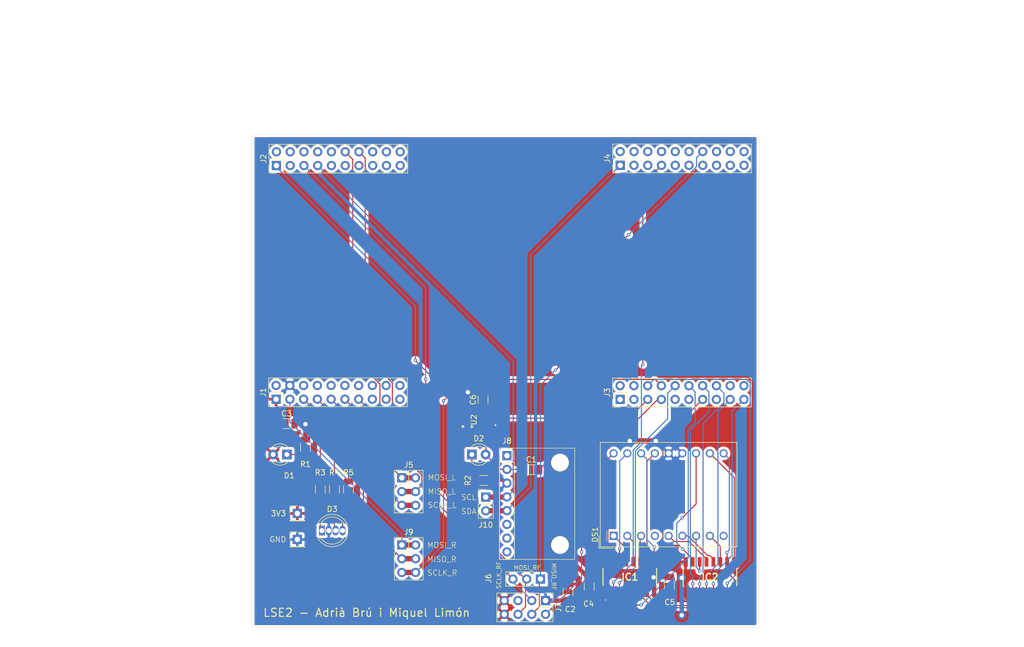
<source format=kicad_pcb>
(kicad_pcb (version 20241229) (generator "pcbnew") (generator_version "9.0")
  (layers (0 "F.Cu" signal) (2 "B.Cu" signal) (13 "F.Paste" user) (15 "B.Paste" user) (5 "F.SilkS" user "F.Silkscreen") (7 "B.SilkS" user "B.Silkscreen") (1 "F.Mask" user) (3 "B.Mask" user) (25 "Edge.Cuts" user))
  (net 0 "")
  (net 1 "+3.3V")
  (net 2 "Net-(D2-A)")
  (net 3 "GND")
  (net 4 "Net-(D1-K)")
  (net 5 "Net-(D2-K)")
  (net 6 "Net-(D3-BA)")
  (net 7 "Net-(D3-GA)")
  (net 8 "Net-(D3-RA)")
  (net 9 "Net-(DS1-A_CATHODE_NO.1)")
  (net 10 "Net-(DS1-F_CATHODE_NO.1)")
  (net 11 "Net-(DS1-A_CATHODE_NO.2)")
  (net 12 "Net-(DS1-G_CATHODE_NO.1)")
  (net 13 "Net-(DS1-C_CATHODE_NO.1)")
  (net 14 "Net-(DS1-B_CATHODE_NO.1)")
  (net 15 "Net-(DS1-G_CATHODE_NO.2)")
  (net 16 "Net-(DS1-F_CATHODE_NO.2)")
  (net 17 "Net-(DS1-D_CATHODE_NO.1)")
  (net 18 "Net-(DS1-E_CATHODE_NO.1)")
  (net 20 "Net-(DS1-C_CATHODE_NO.2)")
  (net 21 "Net-(DS1-D_CATHODE_NO.2)")
  (net 22 "Net-(DS1-E_CATHODE_NO.2)")
  (net 23 "Net-(DS1-B_CATHODE_NO.2)")
  (net 25 "CA{slash}CC")
  (net 26 "D3_L")
  (net 27 "D0_L")
  (net 28 "D2_L")
  (net 29 "D1_L")
  (net 30 "D1_R")
  (net 31 "D2_R")
  (net 32 "D3_R")
  (net 33 "D0_R")
  (net 35 "MISO_RF")
  (net 37 "LED_B")
  (net 38 "MOSI_RF")
  (net 40 "SCLK_R")
  (net 46 "MISO_R")
  (net 51 "MOSI_R")
  (net 56 "SCL")
  (net 57 "SCLK_L")
  (net 58 "MOSI_L")
  (net 61 "RF_CE")
  (net 63 "LED_R")
  (net 65 "IMU_PWR_ENABLE")
  (net 66 "SCLK_RF")
  (net 69 "LED_G")
  (net 85 "MISO_L")
  (net 87 "SDA")
  (footprint "Capacitor_SMD:C_1206_3216Metric" (layer "F.Cu") (at 151.9 138.013267 90)
    (property "Reference" "C4")
    (property "Value" "C")
  )
  (footprint "LED_THT:LED_D3.0mm" (layer "F.Cu") (at 130.230117 113.611733)
    (property "Reference" "D2")
    (property "Value" "LED")
  )
  (footprint "Connector_PinHeader_2.54mm:PinHeader_2x04_P2.54mm_Vertical" (layer "F.Cu") (at 143.840117 140.586733 -90)
    (property "Reference" "J7")
    (property "Value" "RF")
  )
  (footprint "LED_THT:LED_D3.0mm" (layer "F.Cu") (at 96.070117 113.611733 180)
    (property "Reference" "D1")
    (property "Value" "LED")
  )
  (footprint "Connector_PinHeader_2.54mm:PinHeader_2x10_P2.54mm_Vertical" (layer "F.Cu") (at 157.64 60.2 90)
    (property "Reference" "J4")
    (property "Value" "Conn_02x10_Odd_Even")
  )
  (footprint "Connector_PinHeader_2.54mm:PinHeader_2x10_P2.54mm_Vertical" (layer "F.Cu") (at 94.14 60.24 90)
    (property "Reference" "J2")
    (property "Value" "Conn_02x10_Odd_Even")
  )
  (footprint "Connector_PinHeader_2.54mm:PinHeader_2x03_P2.54mm_Vertical" (layer "F.Cu") (at 117.3 117.92)
    (property "Reference" "J5")
    (property "Value" "Conn_02x03_Odd_Even")
  )
  (footprint "LSE2:DRL5" (layer "F.Cu") (at 132.799999 107.5523 90)
    (property "Reference" "U2")
    (property "Value" "SN74LVC1G66DRLR")
  )
  (footprint "Connector_PinHeader_2.54mm:PinHeader_1x01_P2.54mm_Vertical" (layer "F.Cu") (at 98 124.5)
    (property "Reference" "3V3")
    (property "Value" "TestPoint")
  )
  (footprint "Connector_PinHeader_2.54mm:PinHeader_2x10_P2.54mm_Vertical" (layer "F.Cu") (at 157.62 103.44 90)
    (property "Reference" "J3")
    (property "Value" "Conn_02x10_Odd_Even")
  )
  (footprint "Connector_PinHeader_2.54mm:PinHeader_2x03_P2.54mm_Vertical" (layer "F.Cu") (at 117.3 130.32)
    (property "Reference" "J9")
    (property "Value" "Conn_02x03_Odd_Even")
  )
  (footprint "LSE2:HEF4543BT653" (layer "F.Cu") (at 159.4075 136.2325)
    (property "Reference" "IC1")
    (property "Value" "DIGIT_DRIVER" (hide yes))
  )
  (footprint "Resistor_SMD:R_1206_3216Metric" (layer "F.Cu") (at 104.839883 120.048267 -90)
    (property "Reference" "R4")
    (property "Value" "R")
  )
  (footprint "Resistor_SMD:R_1206_3216Metric" (layer "F.Cu") (at 99.5 112.3 90)
    (property "Reference" "R1")
    (property "Value" "R")
  )
  (footprint "Capacitor_SMD:C_1206_3216Metric" (layer "F.Cu") (at 132.3 103.5 90)
    (property "Reference" "C6")
    (property "Value" "C")
  )
  (footprint "LSE2:HEF4543BT653" (layer "F.Cu") (at 174.2075 136.2725)
    (property "Reference" "IC2")
    (property "Value" "DIGIT_DRIVER" (hide yes))
  )
  (footprint "Connector_PinHeader_2.54mm:PinHeader_1x01_P2.54mm_Vertical" (layer "F.Cu") (at 98 129.3)
    (property "Reference" "GND")
    (property "Value" "TestPoint")
  )
  (footprint "Capacitor_SMD:C_1206_3216Metric" (layer "F.Cu") (at 96.000117 107.911733)
    (property "Reference" "C3")
    (property "Value" "C")
  )
  (footprint "LSE2:GY-91" (layer "F.Cu") (at 136.712617 112.496733)
    (property "Reference" "J8")
    (property "Value" "Conn_01x08")
  )
  (footprint "Resistor_SMD:R_1206_3216Metric" (layer "F.Cu") (at 132.4 118.4)
    (property "Reference" "R2")
    (property "Value" "R")
  )
  (footprint "Capacitor_SMD:C_1206_3216Metric" (layer "F.Cu") (at 148 139 -90)
    (property "Reference" "C2")
    (property "Value" "C")
  )
  (footprint "Resistor_SMD:R_1206_3216Metric" (layer "F.Cu") (at 107.439883 120.048267 -90)
    (property "Reference" "R5")
    (property "Value" "R")
  )
  (footprint "Capacitor_SMD:C_1206_3216Metric" (layer "F.Cu") (at 166.7 137.7 90)
    (property "Reference" "C5")
    (property "Value" "C")
  )
  (footprint "LED_THT:LED_D5.0mm-4_RGB" (layer "F.Cu") (at 102.535 127.66)
    (property "Reference" "D3")
    (property "Value" "LED_RKGB")
  )
  (footprint "Connector_PinSocket_2.54mm:PinSocket_1x03_P2.54mm_Vertical" (layer "F.Cu") (at 142.900117 136.611733 -90)
    (property "Reference" "J6")
    (property "Value" "Conn_01x03")
  )
  (footprint "Resistor_SMD:R_1206_3216Metric" (layer "F.Cu") (at 102.239883 120.048267 -90)
    (property "Reference" "R3")
    (property "Value" "R")
  )
  (footprint "Capacitor_SMD:C_1206_3216Metric" (layer "F.Cu") (at 141.200117 116.411733)
    (property "Reference" "C1")
    (property "Value" "C")
  )
  (footprint "Display_7Segment:DA56-11CGKWA" (layer "F.Cu") (at 156.4125 128.6375 90)
    (property "Reference" "DS1")
    (property "Value" "DOUBLE_DIGIT_DISPLAY")
  )
  (footprint "Connector_PinHeader_2.54mm:PinHeader_2x10_P2.54mm_Vertical" (layer "F.Cu") (at 94.08 103.4 90)
    (property "Reference" "J1")
    (property "Value" "Conn_02x10_Odd_Even")
  )
  (footprint "Connector_PinHeader_2.54mm:PinHeader_1x02_P2.54mm_Vertical" (layer "F.Cu") (at 132.8 121.471733)
    (property "Reference" "J10")
    (property "Value" "Conn_01x02")
  )
  (gr_rect (start 89.600117 54.511733) (end 183.300117 145.611733) (stroke (width 0.05)) (fill no) (layer "Edge.Cuts"))
  (gr_text "SCLK_L" (at 122.039883 123.548267 0) (layer "F.SilkS") (effects (font (size 1 1) (thickness 0.1)) (justify left bottom)))
  (gr_text "SCLK_R" (at 121.939883 136.048267 0) (layer "F.SilkS") (effects (font (size 1 1) (thickness 0.1)) (justify left bottom)))
  (gr_text "SDA" (at 128.2 124.7 0) (layer "F.SilkS") (effects (font (size 1 1) (thickness 0.1)) (justify left bottom)))
  (gr_text "LSE2 - Adrià Brú i Miquel Limón" (at 91.6 143.7 0) (layer "F.SilkS") (effects (font (size 1.5 1.5) (thickness 0.2) (bold yes)) (justify left bottom)))
  (gr_text "MISO_L" (at 122.039883 121.048267 0) (layer "F.SilkS") (effects (font (size 1 1) (thickness 0.1)) (justify left bottom)))
  (gr_text "MOSI_R" (at 121.939883 130.948267 0) (layer "F.SilkS") (effects (font (size 1 1) (thickness 0.1)) (justify left bottom)))
  (gr_text "SCL" (at 128.2 122.1 0) (layer "F.SilkS") (effects (font (size 1 1) (thickness 0.1)) (justify left bottom)))
  (gr_text "MOSI_L" (at 122.039883 118.448267 0) (layer "F.SilkS") (effects (font (size 1 1) (thickness 0.1)) (justify left bottom)))
  (gr_text "MISO_RF" (at 144.9 133.6 270) (layer "F.SilkS") (effects (font (size 0.8 0.8) (thickness 0.1)) (justify left bottom)))
  (gr_text "MISO_R" (at 121.939883 133.548267 0) (layer "F.SilkS") (effects (font (size 1 1) (thickness 0.1)) (justify left bottom)))
  (gr_text "MOSI_RF" (at 137.9 135 0) (layer "F.SilkS") (effects (font (size 0.8 0.8) (thickness 0.1)) (justify left bottom)))
  (gr_text "SCLK_RF" (at 135.7 138.5 90) (layer "F.SilkS") (effects (font (size 0.8 0.8) (thickness 0.1)) (justify left bottom)))
  (segment (start 132.3 108.2) (end 132.3 106.9046) (width 0.2) (layer "F.Cu") (net 1))
  (segment (start 130.3796 106.9046) (end 130.375 106.9) (width 0.2) (layer "F.Cu") (net 1))
  (segment (start 132.3 104.975) (end 132.3 106.9046) (width 0.2) (layer "F.Cu") (net 1))
  (via (at 169 143.3) (size 1.6) (drill 0.8) (layers "F.Cu" "B.Cu") (net 1))
  (via (at 169 136.4) (size 1.6) (drill 0.8) (layers "F.Cu" "B.Cu") (net 1))
  (segment (start 169 136.4) (end 169 143.3) (width 0.8) (layer "B.Cu") (net 1))
  (segment (start 132.770117 113.611733) (end 135.520117 116.361733) (width 0.2) (layer "F.Cu") (net 2))
  (segment (start 135.520117 116.361733) (end 136.712617 116.361733) (width 0.2) (layer "F.Cu") (net 2))
  (segment (start 136.712617 116.361733) (end 139.675117 116.361733) (width 0.2) (layer "F.Cu") (net 2))
  (segment (start 139.675117 116.361733) (end 139.725117 116.411733) (width 0.2) (layer "F.Cu") (net 2))
  (segment (start 132.799999 108.2) (end 132.799999 113.581851) (width 0.2) (layer "F.Cu") (net 2))
  (segment (start 132.799999 113.581851) (end 132.770117 113.611733) (width 0.2) (layer "F.Cu") (net 2))
  (segment (start 142.675117 116.411733) (end 143.975117 115.111733) (width 0.2) (layer "F.Cu") (net 3))
  (segment (start 176.7 136) (end 178.031056 136) (width 0.2) (layer "F.Cu") (net 3))
  (segment (start 99.411733 107.911733) (end 99.5 108) (width 0.2) (layer "F.Cu") (net 3))
  (segment (start 161.3125 139.0575) (end 161.3125 138.5325) (width 0.2) (layer "F.Cu") (net 3))
  (segment (start 178.7025 139.0975) (end 178.7025 139.5725) (width 0.2) (layer "F.Cu") (net 3))
  (segment (start 143.975117 115.111733) (end 146.500117 115.111733) (width 0.2) (layer "F.Cu") (net 3))
  (segment (start 146.500117 130.311733) (end 146.500117 131.138384) (width 0.2) (layer "F.Cu") (net 3))
  (segment (start 176.1125 136.5875) (end 176.7 136) (width 0.2) (layer "F.Cu") (net 3))
  (segment (start 147.888267 140.586733) (end 148 140.475) (width 0.2) (layer "F.Cu") (net 3))
  (segment (start 143.840117 140.586733) (end 147.888267 140.586733) (width 0.8) (layer "F.Cu") (net 3))
  (segment (start 163.8 136.3) (end 164.1 136.3) (width 0.2) (layer "F.Cu") (net 3))
  (segment (start 146.500117 131.138384) (end 151.9 136.538267) (width 0.8) (layer "F.Cu") (net 3))
  (segment (start 133.299998 108.2) (end 134.6 108.2) (width 0.3) (layer "F.Cu") (net 3))
  (segment (start 161.3125 139.5825) (end 161.3125 139.0575) (width 0.2) (layer "F.Cu") (net 3))
  (segment (start 164.2 111.1) (end 159.4 111.1) (width 1) (layer "F.Cu") (net 3))
  (segment (start 178.7025 139.5725) (end 176.374 141.901) (width 0.2) (layer "F.Cu") (net 3))
  (segment (start 136.210884 118.4) (end 136.712617 118.901733) (width 0.2) (layer "F.Cu") (net 3))
  (segment (start 163.8 136.4) (end 163.9025 136.5025) (width 0.2) (layer "F.Cu") (net 3))
  (segment (start 163.8 136.3) (end 163.8 136.4) (width 0.2) (layer "F.Cu") (net 3))
  (segment (start 129.575 102.025) (end 129.5 102.1) (width 0.2) (layer "F.Cu") (net 3))
  (segment (start 99.5 108) (end 99.5 110.8375) (width 0.8) (layer "F.Cu") (net 3))
  (segment (start 132.3 102.025) (end 129.575 102.025) (width 0.8) (layer "F.Cu") (net 3))
  (segment (start 133.8625 118.4) (end 136.210884 118.4) (width 0.5) (layer "F.Cu") (net 3))
  (segment (start 97.475117 107.911733) (end 99.411733 107.911733) (width 0.8) (layer "F.Cu") (net 3))
  (segment (start 164.175 136.225) (end 166.7 136.225) (width 0.8) (layer "F.Cu") (net 3))
  (segment (start 176.1125 139.0975) (end 176.1125 136.5875) (width 0.2) (layer "F.Cu") (net 3))
  (segment (start 163.545 136.3) (end 163.8 136.3) (width 0.2) (layer "F.Cu") (net 3))
  (segment (start 161.3125 138.5325) (end 163.545 136.3) (width 0.4) (layer "F.Cu") (net 3))
  (segment (start 163.9025 136.5025) (end 163.9025 139.0575) (width 0.8) (layer "F.Cu") (net 3))
  (segment (start 164.1 136.3) (end 164.175 136.225) (width 0.2) (layer "F.Cu") (net 3))
  (segment (start 178.031056 136) (end 178.7025 136.671444) (width 0.2) (layer "F.Cu") (net 3))
  (segment (start 178.7025 136.671444) (end 178.7025 139.0975) (width 0.2) (layer "F.Cu") (net 3))
  (segment (start 176.374 141.901) (end 163.631 141.901) (width 0.2) (layer "F.Cu") (net 3))
  (segment (start 163.631 141.901) (end 161.3125 139.5825) (width 0.2) (layer "F.Cu") (net 3))
  (via (at 146.500117 130.311733) (size 3.6) (drill 3.2) (layers "F.Cu" "B.Cu") (net 3))
  (via (at 146.500117 115.111733) (size 3.6) (drill 3.2) (layers "F.Cu" "B.Cu") (net 3))
  (via (at 129.5 102.1) (size 1.6) (drill 0.8) (layers "F.Cu" "B.Cu") (net 3))
  (via (at 159.4 111.1) (size 1.6) (drill 0.8) (layers "F.Cu" "B.Cu") (net 3))
  (via (at 134.6 108.2) (size 0.6) (drill 0.3) (layers "F.Cu" "B.Cu") (net 3))
  (via (at 164.2 111.1) (size 1.6) (drill 0.8) (layers "F.Cu" "B.Cu") (net 3))
  (via (at 163.8 136.3) (size 1.6) (drill 0.8) (layers "F.Cu" "B.Cu") (net 3))
  (via (at 99.5 108) (size 1.6) (drill 0.8) (layers "F.Cu" "B.Cu") (net 3))
  (segment (start 96.070117 113.611733) (end 99.349233 113.611733) (width 0.2) (layer "F.Cu") (net 4))
  (segment (start 99.349233 113.611733) (end 99.5 113.7625) (width 0.2) (layer "F.Cu") (net 4))
  (segment (start 130.230117 117.692617) (end 130.9375 118.4) (width 0.2) (layer "F.Cu") (net 5))
  (segment (start 130.230117 113.611733) (end 130.230117 117.692617) (width 0.2) (layer "F.Cu") (net 5))
  (segment (start 106.345 122.60565) (end 106.345 127.66) (width 0.2) (layer "F.Cu") (net 6))
  (segment (start 107.439883 121.510767) (end 106.345 122.60565) (width 0.2) (layer "F.Cu") (net 6))
  (segment (start 104.839883 121.510767) (end 104.839883 127.424883) (width 0.2) (layer "F.Cu") (net 7))
  (segment (start 104.839883 127.424883) (end 105.075 127.66) (width 0.2) (layer "F.Cu") (net 7))
  (segment (start 102.239883 127.364883) (end 102.535 127.66) (width 0.2) (layer "F.Cu") (net 8))
  (segment (start 102.239883 121.510767) (end 102.239883 127.364883) (width 0.2) (layer "F.Cu") (net 8))
  (segment (start 163.9025 130.7275) (end 163.9325 130.6975) (width 0.2) (layer "F.Cu") (net 9))
  (segment (start 163.9025 133.4075) (end 163.9025 130.7275) (width 0.2) (layer "F.Cu") (net 9))
  (via (at 163.9325 130.6975) (size 0.6) (drill 0.3) (layers "F.Cu" "B.Cu") (net 9))
  (segment (start 163.9325 130.6975) (end 162.5435 129.3085) (width 0.2) (layer "B.Cu") (net 9))
  (segment (start 162.5435 114.4485) (end 161.4925 113.3975) (width 0.2) (layer "B.Cu") (net 9))
  (segment (start 162.5435 129.3085) (end 162.5435 114.4485) (width 0.2) (layer "B.Cu") (net 9))
  (segment (start 155.3615 132.0115) (end 155.3615 114.4485) (width 0.2) (layer "F.Cu") (net 10))
  (segment (start 155.3615 114.4485) (end 156.4125 113.3975) (width 0.2) (layer "F.Cu") (net 10))
  (segment (start 156.2325 133.4075) (end 156.2325 132.8825) (width 0.2) (layer "F.Cu") (net 10))
  (segment (start 156.2325 132.8825) (end 155.3615 132.0115) (width 0.2) (layer "F.Cu") (net 10))
  (segment (start 174.1925 113.3975) (end 178.7025 117.9075) (width 0.2) (layer "F.Cu") (net 11))
  (segment (start 178.7025 117.9075) (end 178.7025 133.4475) (width 0.2) (layer "F.Cu") (net 11))
  (segment (start 157.5025 133.4075) (end 157.5025 131.0275) (width 0.2) (layer "F.Cu") (net 12))
  (segment (start 157.5025 131.0275) (end 157.5325 130.9975) (width 0.2) (layer "F.Cu") (net 12))
  (via (at 157.5325 130.9975) (size 0.6) (drill 0.3) (layers "F.Cu" "B.Cu") (net 12))
  (segment (start 157.5325 130.9975) (end 157.5325 114.8175) (width 0.2) (layer "B.Cu") (net 12))
  (segment (start 157.5325 114.8175) (end 158.9525 113.3975) (width 0.2) (layer "B.Cu") (net 12))
  (segment (start 161.3125 128.8175) (end 161.4925 128.6375) (width 0.2) (layer "F.Cu") (net 13))
  (segment (start 161.3125 133.4075) (end 161.3125 128.8175) (width 0.2) (layer "F.Cu") (net 13))
  (segment (start 162.5825 133.4075) (end 162.5825 114.8475) (width 0.2) (layer "F.Cu") (net 14))
  (segment (start 162.5825 114.8475) (end 164.0325 113.3975) (width 0.2) (layer "F.Cu") (net 14))
  (segment (start 172.3025 135.0675) (end 172.3325 135.0975) (width 0.2) (layer "F.Cu") (net 15))
  (segment (start 172.3025 133.4475) (end 172.3025 135.0675) (width 0.2) (layer "F.Cu") (net 15))
  (via (at 172.3325 135.0975) (size 0.6) (drill 0.3) (layers "F.Cu" "B.Cu") (net 15))
  (segment (start 172.3325 135.0975) (end 171.6525 134.4175) (width 0.2) (layer "B.Cu") (net 15))
  (segment (start 171.6525 134.4175) (end 171.6525 128.6375) (width 0.2) (layer "B.Cu") (net 15))
  (segment (start 171.6525 122.7475) (end 171.6525 113.3975) (width 0.2) (layer "F.Cu") (net 16))
  (segment (start 171.0325 132.9325) (end 169.2 131.1) (width 0.2) (layer "F.Cu") (net 16))
  (segment (start 171.0325 133.4475) (end 171.0325 132.9325) (width 0.2) (layer "F.Cu") (net 16))
  (segment (start 169.1 125.3) (end 171.6525 122.7475) (width 0.2) (layer "F.Cu") (net 16))
  (via (at 169.1 125.3) (size 0.6) (drill 0.3) (layers "F.Cu" "B.Cu") (net 16))
  (via (at 169.2 131.1) (size 0.6) (drill 0.3) (layers "F.Cu" "B.Cu") (net 16))
  (segment (start 169.2 131.1) (end 168.0675 129.9675) (width 0.2) (layer "B.Cu") (net 16))
  (segment (start 168.0675 126.3325) (end 169.1 125.3) (width 0.2) (layer "B.Cu") (net 16))
  (segment (start 168.0675 129.9675) (end 168.0675 126.3325) (width 0.2) (layer "B.Cu") (net 16))
  (segment (start 160.0425 129.7275) (end 158.9525 128.6375) (width 0.2) (layer "F.Cu") (net 17))
  (segment (start 160.0425 133.4075) (end 160.0425 129.7275) (width 0.2) (layer "F.Cu") (net 17))
  (segment (start 158.7725 130.9975) (end 158.7725 133.4075) (width 0.2) (layer "F.Cu") (net 18))
  (segment (start 156.4125 128.6375) (end 158.7725 130.9975) (width 0.2) (layer "F.Cu") (net 18))
  (segment (start 176.1125 130.5575) (end 174.1925 128.6375) (width 0.2) (layer "F.Cu") (net 20))
  (segment (start 176.1125 133.4475) (end 176.1125 130.5575) (width 0.2) (layer "F.Cu") (net 20))
  (segment (start 170.166161 128.6375) (end 173.800161 132.2715) (width 0.2) (layer "F.Cu") (net 21))
  (segment (start 174.8425 132.9225) (end 174.8425 133.4475) (width 0.2) (layer "F.Cu") (net 21))
  (segment (start 169.1125 128.6375) (end 170.166161 128.6375) (width 0.2) (layer "F.Cu") (net 21))
  (segment (start 174.1915 132.2715) (end 174.8425 132.9225) (width 0.2) (layer "F.Cu") (net 21))
  (segment (start 173.800161 132.2715) (end 174.1915 132.2715) (width 0.2) (layer "F.Cu") (net 21))
  (segment (start 167.6235 129.6885) (end 166.5725 128.6375) (width 0.2) (layer "F.Cu") (net 22))
  (segment (start 173.5725 133.4475) (end 173.5725 132.9225) (width 0.2) (layer "F.Cu") (net 22))
  (segment (start 170.3385 129.6885) (end 167.6235 129.6885) (width 0.2) (layer "F.Cu") (net 22))
  (segment (start 173.5725 132.9225) (end 170.3385 129.6885) (width 0.2) (layer "F.Cu") (net 22))
  (segment (start 177.3825 133.4475) (end 177.3825 131.7475) (width 0.2) (layer "F.Cu") (net 23))
  (segment (start 177.3825 131.7475) (end 177.3325 131.6975) (width 0.2) (layer "F.Cu") (net 23))
  (via (at 177.3325 131.6975) (size 0.6) (drill 0.3) (layers "F.Cu" "B.Cu") (net 23))
  (segment (start 177.3325 131.6975) (end 177.7835 131.2465) (width 0.2) (layer "B.Cu") (net 23))
  (segment (start 177.7835 131.2465) (end 177.7835 114.4485) (width 0.2) (layer "B.Cu") (net 23))
  (segment (start 177.7835 114.4485) (end 176.7325 113.3975) (width 0.2) (layer "B.Cu") (net 23))
  (segment (start 177.3825 139.0975) (end 177.3825 139.6225) (width 0.2) (layer "F.Cu") (net 25))
  (segment (start 162.5825 139.5825) (end 162.5825 139.0575) (width 0.2) (layer "F.Cu") (net 25))
  (segment (start 175.505 141.5) (end 164.5 141.5) (width 0.2) (layer "F.Cu") (net 25))
  (segment (start 177.4 139.08) (end 177.3825 139.0975) (width 0.2) (layer "F.Cu") (net 25))
  (segment (start 177.3825 139.6225) (end 175.505 141.5) (width 0.2) (layer "F.Cu") (net 25))
  (segment (start 164.5 141.5) (end 162.5825 139.5825) (width 0.2) (layer "F.Cu") (net 25))
  (segment (start 177.4 137.4) (end 177.4 139.08) (width 0.2) (layer "F.Cu") (net 25))
  (via (at 177.4 137.4) (size 0.6) (drill 0.3) (layers "F.Cu" "B.Cu") (net 25))
  (segment (start 181.631 133.169) (end 177.4 137.4) (width 0.2) (layer "B.Cu") (net 25))
  (segment (start 163.851 99.749) (end 180.95676 99.749) (width 0.2) (layer "B.Cu") (net 25))
  (segment (start 180.95676 99.749) (end 181.631 100.42324) (width 0.2) (layer "B.Cu") (net 25))
  (segment (start 162.7 100.9) (end 163.851 99.749) (width 0.2) (layer "B.Cu") (net 25))
  (segment (start 181.631 100.42324) (end 181.631 133.169) (width 0.2) (layer "B.Cu") (net 25))
  (segment (start 160.4 141.4) (end 158.7725 139.7725) (width 0.2) (layer "F.Cu") (net 26))
  (segment (start 158.7725 139.7725) (end 158.7725 139.0575) (width 0.2) (layer "F.Cu") (net 26))
  (segment (start 161.5 141.4) (end 160.4 141.4) (width 0.2) (layer "F.Cu") (net 26))
  (via (at 161.5 141.4) (size 0.6) (drill 0.3) (layers "F.Cu" "B.Cu") (net 26))
  (segment (start 170.32 100.9) (end 171.471 102.051) (width 0.2) (layer "B.Cu") (net 26))
  (segment (start 170.2005 132.6995) (end 161.5 141.4) (width 0.2) (layer "B.Cu") (net 26))
  (segment (start 171.471 102.051) (end 171.471 107.6619) (width 0.2) (layer "B.Cu") (net 26))
  (segment (start 171.471 107.6619) (end 170.2005 108.9324) (width 0.2) (layer "B.Cu") (net 26))
  (segment (start 170.2005 108.9324) (end 170.2005 132.6995) (width 0.2) (layer "B.Cu") (net 26))
  (segment (start 163.988 135.199) (end 162.826 135.199) (width 0.2) (layer "F.Cu") (net 27))
  (segment (start 160.0425 137.9825) (end 160.0425 139.0575) (width 0.2) (layer "F.Cu") (net 27))
  (segment (start 172.86 103.44) (end 165.5215 110.7785) (width 0.2) (layer "F.Cu") (net 27))
  (segment (start 162.826 135.199) (end 160.0425 137.9825) (width 0.2) (layer "F.Cu") (net 27))
  (segment (start 165.5215 133.6655) (end 163.988 135.199) (width 0.2) (layer "F.Cu") (net 27))
  (segment (start 165.5215 110.7785) (end 165.5215 133.6655) (width 0.2) (layer "F.Cu") (net 27))
  (segment (start 165.26 60.2) (end 161.8 63.66) (width 0.2) (layer "F.Cu") (net 28))
  (segment (start 161.8 63.66) (end 161.8 97) (width 0.2) (layer "F.Cu") (net 28))
  (segment (start 156.4 138.89) (end 156.2325 139.0575) (width 0.2) (layer "F.Cu") (net 28))
  (segment (start 156.4 137.2) (end 156.4 138.89) (width 0.2) (layer "F.Cu") (net 28))
  (via (at 161.8 97) (size 0.6) (drill 0.3) (layers "F.Cu" "B.Cu") (net 28))
  (via (at 156.4 137.2) (size 0.6) (drill 0.3) (layers "F.Cu" "B.Cu") (net 28))
  (segment (start 161.8 97) (end 161.549 97.251) (width 0.2) (layer "B.Cu") (net 28))
  (segment (start 160.0405 112.796061) (end 160.0405 133.5595) (width 0.2) (layer "B.Cu") (net 28))
  (segment (start 161.549 111.287561) (end 160.0405 112.796061) (width 0.2) (layer "B.Cu") (net 28))
  (segment (start 161.549 97.251) (end 161.549 111.287561) (width 0.2) (layer "B.Cu") (net 28))
  (segment (start 160.0405 133.5595) (end 156.4 137.2) (width 0.2) (layer "B.Cu") (net 28))
  (segment (start 157.5 139.055) (end 157.5025 139.0575) (width 0.2) (layer "F.Cu") (net 29))
  (segment (start 157.5 137.3) (end 157.5 139.055) (width 0.2) (layer "F.Cu") (net 29))
  (via (at 157.5 137.3) (size 0.6) (drill 0.3) (layers "F.Cu" "B.Cu") (net 29))
  (segment (start 167.78 100.9) (end 166.391 102.289) (width 0.2) (layer "B.Cu") (net 29))
  (segment (start 160.4415 112.962161) (end 160.4415 134.3585) (width 0.2) (layer "B.Cu") (net 29))
  (segment (start 166.391 107.012661) (end 160.4415 112.962161) (width 0.2) (layer "B.Cu") (net 29))
  (segment (start 166.391 102.289) (end 166.391 107.012661) (width 0.2) (layer "B.Cu") (net 29))
  (segment (start 160.4415 134.3585) (end 157.5 137.3) (width 0.2) (layer "B.Cu") (net 29))
  (segment (start 172.3025 137.5) (end 172.3025 139.0975) (width 0.2) (layer "F.Cu") (net 30))
  (via (at 172.3025 137.5) (size 0.6) (drill 0.3) (layers "F.Cu" "B.Cu") (net 30))
  (segment (start 172.3025 137.5) (end 172.3025 136.1975) (width 0.2) (layer "B.Cu") (net 30))
  (segment (start 172.9335 107.8794) (end 176.789 104.0239) (width 0.2) (layer "B.Cu") (net 30))
  (segment (start 176.789 102.289) (end 175.4 100.9) (width 0.2) (layer "B.Cu") (net 30))
  (segment (start 172.9335 135.5665) (end 172.9335 107.8794) (width 0.2) (layer "B.Cu") (net 30))
  (segment (start 176.789 104.0239) (end 176.789 102.289) (width 0.2) (layer "B.Cu") (net 30))
  (segment (start 172.3025 136.1975) (end 172.9335 135.5665) (width 0.2) (layer "B.Cu") (net 30))
  (segment (start 171.0325 137.5) (end 171.0325 139.0975) (width 0.2) (layer "F.Cu") (net 31))
  (via (at 171.0325 137.5) (size 0.6) (drill 0.3) (layers "F.Cu" "B.Cu") (net 31))
  (segment (start 170.6015 135.6015) (end 170.6015 109.0985) (width 0.2) (layer "B.Cu") (net 31))
  (segment (start 174.011 102.051) (end 172.86 100.9) (width 0.2) (layer "B.Cu") (net 31))
  (segment (start 171.0325 137.5) (end 171.0325 136.0325) (width 0.2) (layer "B.Cu") (net 31))
  (segment (start 170.6015 109.0985) (end 174.011 105.689) (width 0.2) (layer "B.Cu") (net 31))
  (segment (start 174.011 105.689) (end 174.011 102.051) (width 0.2) (layer "B.Cu") (net 31))
  (segment (start 171.0325 136.0325) (end 170.6015 135.6015) (width 0.2) (layer "B.Cu") (net 31))
  (segment (start 173.5725 137.5) (end 173.5725 139.0975) (width 0.2) (layer "F.Cu") (net 32))
  (via (at 173.5725 137.5) (size 0.6) (drill 0.3) (layers "F.Cu" "B.Cu") (net 32))
  (segment (start 175.6815 105.6985) (end 177.94 103.44) (width 0.2) (layer "B.Cu") (net 32))
  (segment (start 175.6815 133.8185) (end 175.6815 105.6985) (width 0.2) (layer "B.Cu") (net 32))
  (segment (start 173.5725 137.5) (end 173.5725 135.9275) (width 0.2) (layer "B.Cu") (net 32))
  (segment (start 173.5725 135.9275) (end 175.6815 133.8185) (width 0.2) (layer "B.Cu") (net 32))
  (segment (start 174.8425 137.5) (end 174.8425 139.0975) (width 0.2) (layer "F.Cu") (net 33))
  (via (at 174.8425 137.5) (size 0.6) (drill 0.3) (layers "F.Cu" "B.Cu") (net 33))
  (segment (start 178.3 105.62) (end 180.48 103.44) (width 0.2) (layer "B.Cu") (net 33))
  (segment (start 174.8425 135.7575) (end 178.3 132.3) (width 0.2) (layer "B.Cu") (net 33))
  (segment (start 178.3 132.3) (end 178.3 105.62) (width 0.2) (layer "B.Cu") (net 33))
  (segment (start 174.8425 137.5) (end 174.8425 135.7575) (width 0.2) (layer "B.Cu") (net 33))
  (segment (start 156.9 75.3) (end 156.9 86.8) (width 0.2) (layer "F.Cu") (net 35))
  (segment (start 142.689117 136.822733) (end 142.689117 141.737733) (width 0.2) (layer "F.Cu") (net 35))
  (segment (start 156.9 86.8) (end 145.7 98) (width 0.2) (layer "F.Cu") (net 35))
  (segment (start 159.2 73) (end 156.9 75.3) (width 0.2) (layer "F.Cu") (net 35))
  (segment (start 142.689117 141.737733) (end 141.300117 143.126733) (width 0.2) (layer "F.Cu") (net 35))
  (segment (start 142.900117 136.611733) (end 142.689117 136.822733) (width 0.2) (layer "F.Cu") (net 35))
  (via (at 159.2 73) (size 0.6) (drill 0.3) (layers "F.Cu" "B.Cu") (net 35))
  (via (at 145.7 98) (size 0.6) (drill 0.3) (layers "F.Cu" "B.Cu") (net 35))
  (segment (start 142.900117 100.799883) (end 142.900117 136.611733) (width 0.2) (layer "B.Cu") (net 35))
  (segment (start 171.729 60.43876) (end 171.729 58.811) (width 0.2) (layer "B.Cu") (net 35))
  (segment (start 171.729 58.811) (end 172.88 57.66) (width 0.2) (layer "B.Cu") (net 35))
  (segment (start 159.2 73) (end 161.86776 70.33224) (width 0.2) (layer "B.Cu") (net 35))
  (segment (start 161.86776 70.33224) (end 161.86776 70.3) (width 0.2) (layer "B.Cu") (net 35))
  (segment (start 161.86776 70.3) (end 171.729 60.43876) (width 0.2) (layer "B.Cu") (net 35))
  (segment (start 145.7 98) (end 142.900117 100.799883) (width 0.2) (layer "B.Cu") (net 35))
  (segment (start 107.439883 106.599883) (end 107.439883 118.585767) (width 0.2) (layer "F.Cu") (net 37))
  (segment (start 104.24 103.4) (end 107.439883 106.599883) (width 0.2) (layer "F.Cu") (net 37))
  (segment (start 140.360117 136.611733) (end 140.149117 136.822733) (width 0.2) (layer "F.Cu") (net 38))
  (segment (start 122.8 99.235069) (end 122.8 119.316876) (width 0.2) (layer "F.Cu") (net 38))
  (segment (start 140.149117 136.822733) (end 140.149117 141.737733) (width 0.2) (layer "F.Cu") (net 38))
  (segment (start 140.149117 141.737733) (end 138.760117 143.126733) (width 0.2) (layer "F.Cu") (net 38))
  (segment (start 140.094857 136.611733) (end 140.360117 136.611733) (width 0.2) (layer "F.Cu") (net 38))
  (segment (start 119.8 96.2) (end 119.8 96.235069) (width 0.2) (layer "F.Cu") (net 38))
  (segment (start 119.8 96.235069) (end 122.8 99.235069) (width 0.2) (layer "F.Cu") (net 38))
  (segment (start 122.8 119.316876) (end 140.094857 136.611733) (width 0.2) (layer "F.Cu") (net 38))
  (via (at 119.8 96.2) (size 0.6) (drill 0.3) (layers "F.Cu" "B.Cu") (net 38))
  (segment (start 119.8 86.2) (end 94.14 60.54) (width 0.2) (layer "B.Cu") (net 38))
  (segment (start 94.14 60.54) (end 94.14 60.24) (width 0.2) (layer "B.Cu") (net 38))
  (segment (start 119.8 96.2) (end 119.8 86.2) (width 0.2) (layer "B.Cu") (net 38))
  (segment (start 128.951 99.749) (end 125 103.7) (width 0.2) (layer "F.Cu") (net 40))
  (segment (start 165.24 100.9) (end 164.089 99.749) (width 0.2) (layer "F.Cu") (net 40))
  (segment (start 117.3 135.4) (end 119.84 135.4) (width 1) (layer "F.Cu") (net 40))
  (segment (start 164.089 99.749) (end 128.951 99.749) (width 0.2) (layer "F.Cu") (net 40))
  (via (at 125 103.7) (size 0.6) (drill 0.3) (layers "F.Cu" "B.Cu") (net 40))
  (segment (start 125 130.24) (end 119.84 135.4) (width 0.2) (layer "B.Cu") (net 40))
  (segment (start 125 103.7) (end 125 130.24) (width 0.2) (layer "B.Cu") (net 40))
  (segment (start 117.3 132.86) (end 119.84 132.86) (width 1) (layer "F.Cu") (net 46))
  (segment (start 110.2 125.76) (end 117.3 132.86) (width 0.2) (layer "F.Cu") (net 46))
  (segment (start 110.2 106.82) (end 110.2 125.76) (width 0.2) (layer "F.Cu") (net 46))
  (segment (start 106.78 103.4) (end 110.2 106.82) (width 0.2) (layer "F.Cu") (net 46))
  (segment (start 117.3 130.32) (end 119.84 130.32) (width 1) (layer "F.Cu") (net 51))
  (segment (start 96.62 107.62) (end 117.3 128.3) (width 0.2) (layer "B.Cu") (net 51))
  (segment (start 96.62 103.4) (end 96.62 107.62) (width 0.2) (layer "B.Cu") (net 51))
  (segment (start 117.3 128.3) (end 117.3 130.32) (width 0.2) (layer "B.Cu") (net 51))
  (segment (start 132.8 121.471733) (end 136.682617 121.471733) (width 1) (layer "F.Cu") (net 56))
  (segment (start 132.530117 121.441733) (end 132.500117 121.471733) (width 0.2) (layer "F.Cu") (net 56))
  (segment (start 136.682617 121.471733) (end 136.712617 121.441733) (width 0.2) (layer "F.Cu") (net 56))
  (segment (start 137.863617 120.290733) (end 136.712617 121.441733) (width 0.2) (layer "B.Cu") (net 56))
  (segment (start 101.76 60.24) (end 137.863617 96.343617) (width 0.2) (layer "B.Cu") (net 56))
  (segment (start 137.863617 96.343617) (end 137.863617 120.290733) (width 0.2) (layer "B.Cu") (net 56))
  (segment (start 117.3 123) (end 119.84 123) (width 1) (layer "F.Cu") (net 57))
  (segment (start 111.301 117.001) (end 117.3 123) (width 0.2) (layer "F.Cu") (net 57))
  (segment (start 111.301 105.381) (end 111.301 117.001) (width 0.2) (layer "F.Cu") (net 57))
  (segment (start 109.32 103.4) (end 111.301 105.381) (width 0.2) (layer "F.Cu") (net 57))
  (segment (start 117.3 117.92) (end 119.84 117.92) (width 1) (layer "F.Cu") (net 58))
  (segment (start 113.249 100.62124) (end 113.249 113.869) (width 0.2) (layer "F.Cu") (net 58))
  (segment (start 108.229 59.089) (end 108.229 95.60124) (width 0.2) (layer "F.Cu") (net 58))
  (segment (start 108.229 95.60124) (end 113.249 100.62124) (width 0.2) (layer "F.Cu") (net 58))
  (segment (start 106.84 57.7) (end 108.229 59.089) (width 0.2) (layer "F.Cu") (net 58))
  (segment (start 113.249 113.869) (end 117.3 117.92) (width 0.2) (layer "F.Cu") (net 58))
  (segment (start 164.56 103.44) (end 165.24 103.44) (width 0.2) (layer "F.Cu") (net 61))
  (segment (start 150.5 131.6) (end 150.5 117.5) (width 0.2) (layer "F.Cu") (net 61))
  (segment (start 150.5 117.5) (end 164.56 103.44) (width 0.2) (layer "F.Cu") (net 61))
  (via (at 150.5 131.6) (size 0.6) (drill 0.3) (layers "F.Cu" "B.Cu") (net 61))
  (segment (start 150.5 136.46685) (end 143.840117 143.126733) (width 0.2) (layer "B.Cu") (net 61))
  (segment (start 150.5 131.6) (end 150.5 136.46685) (width 0.2) (layer "B.Cu") (net 61))
  (segment (start 102.239883 106.479883) (end 102.239883 118.585767) (width 0.2) (layer "F.Cu") (net 63))
  (segment (start 99.16 103.4) (end 102.239883 106.479883) (width 0.2) (layer "F.Cu") (net 63))
  (segment (start 159.2354 106.9046) (end 162.7 103.44) (width 0.2) (layer "F.Cu") (net 65))
  (segment (start 133.299998 106.9046) (end 159.2354 106.9046) (width 0.2) (layer "F.Cu") (net 65))
  (segment (start 121.7 120.491616) (end 121.7 99.7) (width 0.2) (layer "F.Cu") (net 66))
  (segment (start 137.820117 136.611733) (end 121.7 120.491616) (width 0.2) (layer "F.Cu") (net 66))
  (via (at 121.7 99.7) (size 0.6) (drill 0.3) (layers "F.Cu" "B.Cu") (net 66))
  (segment (start 141.300117 140.586733) (end 137.820117 137.106733) (width 0.2) (layer "B.Cu") (net 66))
  (segment (start 121.7 82.72) (end 99.22 60.24) (width 0.2) (layer "B.Cu") (net 66))
  (segment (start 121.7 99.7) (end 121.7 82.72) (width 0.2) (layer "B.Cu") (net 66))
  (segment (start 137.820117 137.106733) (end 137.820117 136.611733) (width 0.2) (layer "B.Cu") (net 66))
  (segment (start 104.839883 106.539883) (end 104.839883 118.585767) (width 0.2) (layer "F.Cu") (net 69))
  (segment (start 101.7 103.4) (end 104.839883 106.539883) (width 0.2) (layer "F.Cu") (net 69))
  (segment (start 110.531 95.36324) (end 115.551 100.38324) (width 0.2) (layer "F.Cu") (net 85))
  (segment (start 115.551 112.00324) (end 120.991 117.44324) (width 0.2) (layer "F.Cu") (net 85))
  (segment (start 120.991 117.44324) (end 120.991 119.309) (width 0.2) (layer "F.Cu") (net 85))
  (segment (start 109.38 57.7) (end 110.531 58.851) (width 0.2) (layer "F.Cu") (net 85))
  (segment (start 117.3 120.46) (end 119.84 120.46) (width 1) (layer "F.Cu") (net 85))
  (segment (start 115.551 100.38324) (end 115.551 112.00324) (width 0.2) (layer "F.Cu") (net 85))
  (segment (start 120.991 119.309) (end 119.84 120.46) (width 0.2) (layer "F.Cu") (net 85))
  (segment (start 110.531 58.851) (end 110.531 95.36324) (width 0.2) (layer "F.Cu") (net 85))
  (segment (start 132.8 124.011733) (end 136.682617 124.011733) (width 1) (layer "F.Cu") (net 87))
  (segment (start 132.530117 123.981733) (end 132.500117 124.011733) (width 0.2) (layer "F.Cu") (net 87))
  (segment (start 136.682617 124.011733) (end 136.712617 123.981733) (width 0.2) (layer "F.Cu") (net 87))
  (segment (start 157.64 60.2) (end 141.1 76.74) (width 0.2) (layer "B.Cu") (net 87))
  (segment (start 141.1 76.74) (end 141.1 119.59435) (width 0.2) (layer "B.Cu") (net 87))
  (segment (start 141.1 119.59435) (end 136.712617 123.981733) (width 0.2) (layer "B.Cu") (net 87))
  (zone (net 1) (net_name "+3.3V") (layer "F.Cu") (connect_pads (clearance 0.5)) (min_thickness 0.25) (fill yes (thermal_gap 0.5) (thermal_bridge_width 0.5))
    (polygon (pts (xy 70.500117 49.611733) (xy 193.000117 49.911733) (xy 193.600117 148.911733) (xy 67.800117 149.211733)))
  )
  (zone (net 3) (net_name "GND") (layer "B.Cu") (priority 1) (connect_pads (clearance 0.5)) (min_thickness 0.25) (fill yes (thermal_gap 0.5) (thermal_bridge_width 0.5))
    (polygon (pts (xy 73.100117 52.611733) (xy 190.800117 53.311733) (xy 191.500117 147.611733) (xy 76.400117 147.111733)))
  )
)
</source>
